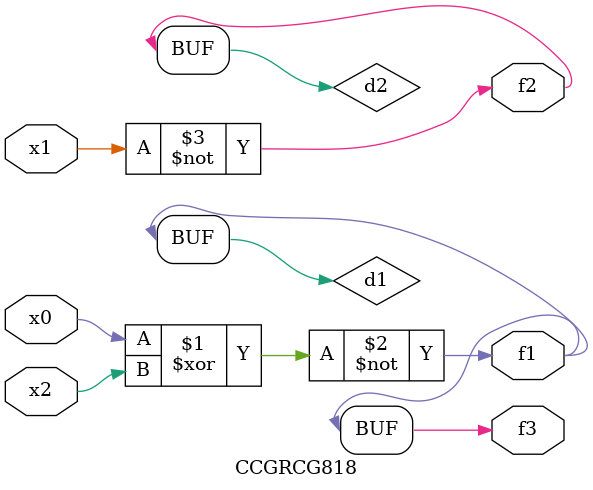
<source format=v>
module CCGRCG818(
	input x0, x1, x2,
	output f1, f2, f3
);

	wire d1, d2, d3;

	xnor (d1, x0, x2);
	nand (d2, x1);
	nor (d3, x1, x2);
	assign f1 = d1;
	assign f2 = d2;
	assign f3 = d1;
endmodule

</source>
